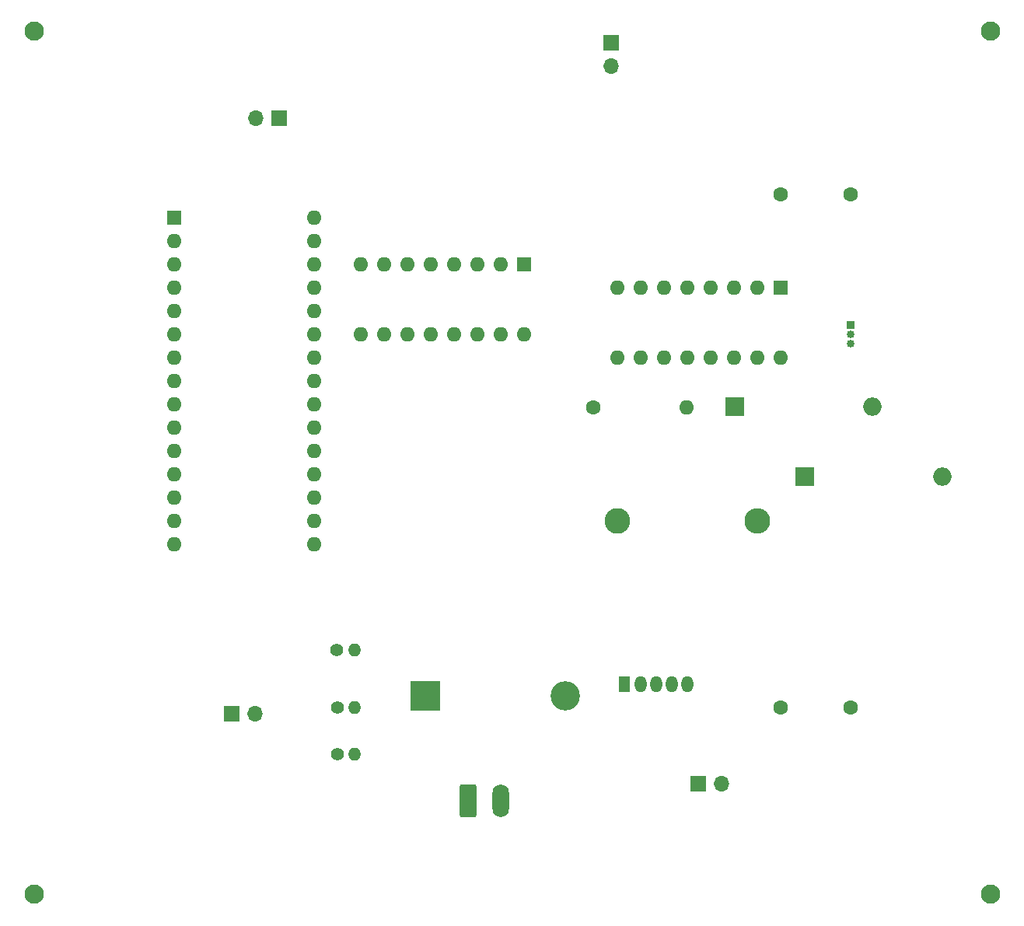
<source format=gbr>
%TF.GenerationSoftware,KiCad,Pcbnew,7.0.2*%
%TF.CreationDate,2023-04-22T23:51:56+05:30*%
%TF.ProjectId,Final circuit pcb file,46696e61-6c20-4636-9972-637569742070,rev?*%
%TF.SameCoordinates,Original*%
%TF.FileFunction,Soldermask,Top*%
%TF.FilePolarity,Negative*%
%FSLAX46Y46*%
G04 Gerber Fmt 4.6, Leading zero omitted, Abs format (unit mm)*
G04 Created by KiCad (PCBNEW 7.0.2) date 2023-04-22 23:51:56*
%MOMM*%
%LPD*%
G01*
G04 APERTURE LIST*
G04 Aperture macros list*
%AMRoundRect*
0 Rectangle with rounded corners*
0 $1 Rounding radius*
0 $2 $3 $4 $5 $6 $7 $8 $9 X,Y pos of 4 corners*
0 Add a 4 corners polygon primitive as box body*
4,1,4,$2,$3,$4,$5,$6,$7,$8,$9,$2,$3,0*
0 Add four circle primitives for the rounded corners*
1,1,$1+$1,$2,$3*
1,1,$1+$1,$4,$5*
1,1,$1+$1,$6,$7*
1,1,$1+$1,$8,$9*
0 Add four rect primitives between the rounded corners*
20,1,$1+$1,$2,$3,$4,$5,0*
20,1,$1+$1,$4,$5,$6,$7,0*
20,1,$1+$1,$6,$7,$8,$9,0*
20,1,$1+$1,$8,$9,$2,$3,0*%
G04 Aperture macros list end*
%ADD10C,1.600000*%
%ADD11R,1.600000X1.600000*%
%ADD12O,1.600000X1.600000*%
%ADD13C,2.100000*%
%ADD14R,2.000000X2.000000*%
%ADD15O,2.000000X2.000000*%
%ADD16RoundRect,0.250000X-0.650000X-1.550000X0.650000X-1.550000X0.650000X1.550000X-0.650000X1.550000X0*%
%ADD17O,1.800000X3.600000*%
%ADD18C,1.400000*%
%ADD19O,1.400000X1.400000*%
%ADD20R,1.700000X1.700000*%
%ADD21O,1.700000X1.700000*%
%ADD22R,1.275000X1.800000*%
%ADD23O,1.275000X1.800000*%
%ADD24C,2.800000*%
%ADD25O,2.800000X2.800000*%
%ADD26R,0.850000X0.850000*%
%ADD27O,0.850000X0.850000*%
%ADD28R,3.200000X3.200000*%
%ADD29O,3.200000X3.200000*%
G04 APERTURE END LIST*
D10*
%TO.C,R4*%
X109240000Y-101600000D03*
X116840000Y-101600000D03*
%TD*%
D11*
%TO.C,U3*%
X109220000Y-55880000D03*
D12*
X106680000Y-55880000D03*
X104140000Y-55880000D03*
X101600000Y-55880000D03*
X99060000Y-55880000D03*
X96520000Y-55880000D03*
X93980000Y-55880000D03*
X91440000Y-55880000D03*
X91440000Y-63500000D03*
X93980000Y-63500000D03*
X96520000Y-63500000D03*
X99060000Y-63500000D03*
X101600000Y-63500000D03*
X104140000Y-63500000D03*
X106680000Y-63500000D03*
X109220000Y-63500000D03*
%TD*%
D13*
%TO.C,H1*%
X27940000Y-27940000D03*
%TD*%
D14*
%TO.C,C1*%
X111880000Y-76442500D03*
D15*
X126880000Y-76442500D03*
%TD*%
D11*
%TO.C,U2*%
X81280000Y-53340000D03*
D12*
X78740000Y-53340000D03*
X76200000Y-53340000D03*
X73660000Y-53340000D03*
X71120000Y-53340000D03*
X68580000Y-53340000D03*
X66040000Y-53340000D03*
X63500000Y-53340000D03*
X63500000Y-60960000D03*
X66040000Y-60960000D03*
X68580000Y-60960000D03*
X71120000Y-60960000D03*
X73660000Y-60960000D03*
X76200000Y-60960000D03*
X78740000Y-60960000D03*
X81280000Y-60960000D03*
%TD*%
D16*
%TO.C,J6*%
X75240000Y-111760000D03*
D17*
X78740000Y-111760000D03*
%TD*%
D18*
%TO.C,R6*%
X60960000Y-106680000D03*
D19*
X62860000Y-106680000D03*
%TD*%
D10*
%TO.C,R3*%
X109240000Y-45720000D03*
X116840000Y-45720000D03*
%TD*%
%TO.C,L1*%
X88860000Y-68880000D03*
D12*
X99020000Y-68880000D03*
%TD*%
D20*
%TO.C,J1*%
X54640000Y-37420000D03*
D21*
X52100000Y-37420000D03*
%TD*%
D22*
%TO.C,U1*%
X92260000Y-99060000D03*
D23*
X93960000Y-99060000D03*
X95660000Y-99060000D03*
X97360000Y-99060000D03*
X99060000Y-99060000D03*
%TD*%
D24*
%TO.C,R1*%
X91440000Y-81280000D03*
D25*
X106680000Y-81280000D03*
%TD*%
D13*
%TO.C,H2*%
X27940000Y-121920000D03*
%TD*%
%TO.C,H4*%
X132080000Y-121920000D03*
%TD*%
D18*
%TO.C,R2*%
X60910000Y-95280000D03*
D19*
X62810000Y-95280000D03*
%TD*%
D26*
%TO.C,J5*%
X116840000Y-59960000D03*
D27*
X116840000Y-60960000D03*
X116840000Y-61960000D03*
%TD*%
D11*
%TO.C,A1*%
X43180000Y-48260000D03*
D12*
X43180000Y-50800000D03*
X43180000Y-53340000D03*
X43180000Y-55880000D03*
X43180000Y-58420000D03*
X43180000Y-60960000D03*
X43180000Y-63500000D03*
X43180000Y-66040000D03*
X43180000Y-68580000D03*
X43180000Y-71120000D03*
X43180000Y-73660000D03*
X43180000Y-76200000D03*
X43180000Y-78740000D03*
X43180000Y-81280000D03*
X43180000Y-83820000D03*
X58420000Y-83820000D03*
X58420000Y-81280000D03*
X58420000Y-78740000D03*
X58420000Y-76200000D03*
X58420000Y-73660000D03*
X58420000Y-71120000D03*
X58420000Y-68580000D03*
X58420000Y-66040000D03*
X58420000Y-63500000D03*
X58420000Y-60960000D03*
X58420000Y-58420000D03*
X58420000Y-55880000D03*
X58420000Y-53340000D03*
X58420000Y-50800000D03*
X58420000Y-48260000D03*
%TD*%
D20*
%TO.C,J4*%
X100300000Y-109900000D03*
D21*
X102840000Y-109900000D03*
%TD*%
D28*
%TO.C,D1*%
X70560000Y-100310000D03*
D29*
X85800000Y-100310000D03*
%TD*%
D20*
%TO.C,J3*%
X90760000Y-29180000D03*
D21*
X90760000Y-31720000D03*
%TD*%
D20*
%TO.C,J2*%
X49500000Y-102280000D03*
D21*
X52040000Y-102280000D03*
%TD*%
D13*
%TO.C,H3*%
X132080000Y-27940000D03*
%TD*%
D14*
%TO.C,C2*%
X104260000Y-68822500D03*
D15*
X119260000Y-68822500D03*
%TD*%
D18*
%TO.C,R5*%
X60960000Y-101600000D03*
D19*
X62860000Y-101600000D03*
%TD*%
M02*

</source>
